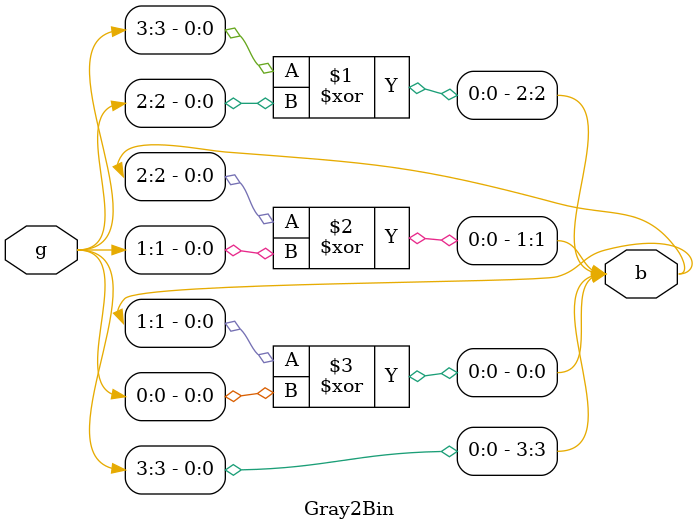
<source format=v>

module Gray2Bin(input [3:0]g, output [3:0]b);
    assign b[3] = g[3];
    assign b[2] = b[3]^g[2];
    assign b[1] = b[2]^g[1];
    assign b[0] = b[1]^g[0];

endmodule 
</source>
